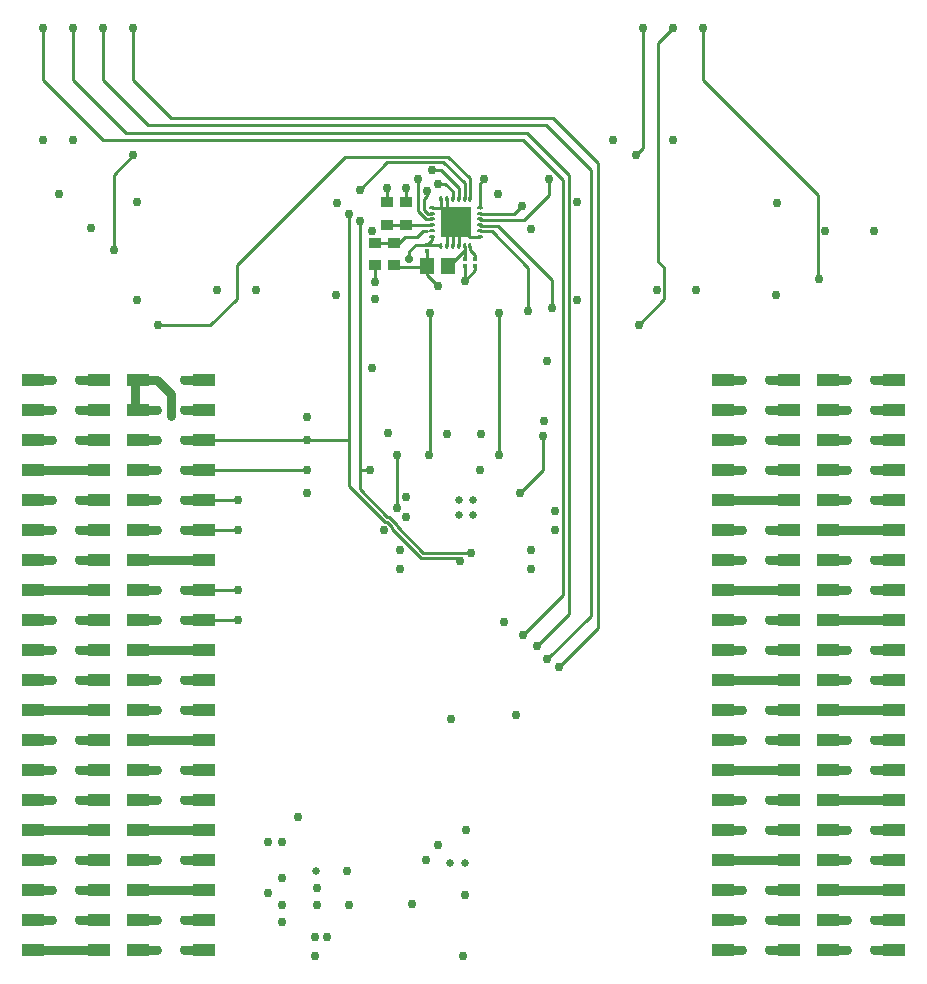
<source format=gbl>
%FSLAX23Y23*%
%MOIN*%
G70*
G01*
G75*
G04 Layer_Physical_Order=4*
G04 Layer_Color=16711680*
%ADD10R,0.050X0.125*%
%ADD11R,0.072X0.039*%
%ADD12O,0.061X0.014*%
%ADD13R,0.024X0.043*%
%ADD14O,0.037X0.010*%
%ADD15O,0.010X0.037*%
%ADD16R,0.094X0.094*%
%ADD17O,0.067X0.014*%
%ADD18O,0.010X0.028*%
%ADD19R,0.075X0.071*%
%ADD20R,0.028X0.012*%
%ADD21R,0.059X0.035*%
%ADD22R,0.035X0.039*%
%ADD23R,0.039X0.035*%
%ADD24R,0.026X0.022*%
%ADD25R,0.031X0.031*%
%ADD26R,0.063X0.031*%
%ADD27R,0.014X0.013*%
%ADD28R,0.045X0.057*%
%ADD29R,0.013X0.014*%
%ADD30R,0.045X0.071*%
%ADD31C,0.010*%
%ADD32C,0.030*%
%ADD33C,0.025*%
%ADD34R,0.101X0.030*%
%ADD35R,0.110X0.070*%
%ADD36R,0.054X0.168*%
%ADD37R,0.032X0.129*%
%ADD38C,0.028*%
%ADD39C,0.030*%
%ADD40C,0.026*%
%ADD41C,0.040*%
%ADD42C,0.048*%
G04:AMPARAMS|DCode=43|XSize=50mil|YSize=50mil|CornerRadius=0mil|HoleSize=0mil|Usage=FLASHONLY|Rotation=0.000|XOffset=0mil|YOffset=0mil|HoleType=Round|Shape=Relief|Width=10mil|Gap=6mil|Entries=4|*
%AMTHD43*
7,0,0,0.050,0.038,0.010,45*
%
%ADD43THD43*%
G04:AMPARAMS|DCode=44|XSize=44.992mil|YSize=44.992mil|CornerRadius=0mil|HoleSize=0mil|Usage=FLASHONLY|Rotation=0.000|XOffset=0mil|YOffset=0mil|HoleType=Round|Shape=Relief|Width=10mil|Gap=6mil|Entries=4|*
%AMTHD44*
7,0,0,0.045,0.033,0.010,45*
%
%ADD44THD44*%
%ADD45C,0.043*%
%ADD46O,0.026X0.010*%
%ADD47O,0.010X0.026*%
%ADD48R,0.102X0.102*%
D11*
X-785Y250D02*
D03*
Y150D02*
D03*
Y-50D02*
D03*
Y50D02*
D03*
Y-350D02*
D03*
Y-450D02*
D03*
Y-250D02*
D03*
Y-150D02*
D03*
Y-950D02*
D03*
Y-1050D02*
D03*
Y-1250D02*
D03*
Y-1150D02*
D03*
Y-750D02*
D03*
Y-850D02*
D03*
Y-650D02*
D03*
Y-550D02*
D03*
Y-1550D02*
D03*
Y-1650D02*
D03*
Y-1450D02*
D03*
Y-1350D02*
D03*
X-565D02*
D03*
Y-1450D02*
D03*
Y-1650D02*
D03*
Y-1550D02*
D03*
Y-550D02*
D03*
Y-650D02*
D03*
Y-850D02*
D03*
Y-750D02*
D03*
Y-1150D02*
D03*
Y-1250D02*
D03*
Y-1050D02*
D03*
Y-950D02*
D03*
Y-150D02*
D03*
Y-250D02*
D03*
Y-450D02*
D03*
Y-350D02*
D03*
Y50D02*
D03*
Y-50D02*
D03*
Y150D02*
D03*
Y250D02*
D03*
X-3085D02*
D03*
Y150D02*
D03*
Y-50D02*
D03*
Y50D02*
D03*
Y-350D02*
D03*
Y-450D02*
D03*
Y-250D02*
D03*
Y-150D02*
D03*
Y-950D02*
D03*
Y-1050D02*
D03*
Y-1250D02*
D03*
Y-1150D02*
D03*
Y-750D02*
D03*
Y-850D02*
D03*
Y-650D02*
D03*
Y-550D02*
D03*
Y-1550D02*
D03*
Y-1650D02*
D03*
Y-1450D02*
D03*
Y-1350D02*
D03*
X-2865D02*
D03*
Y-1450D02*
D03*
Y-1650D02*
D03*
Y-1550D02*
D03*
Y-550D02*
D03*
Y-650D02*
D03*
Y-850D02*
D03*
Y-750D02*
D03*
Y-1150D02*
D03*
Y-1250D02*
D03*
Y-1050D02*
D03*
Y-950D02*
D03*
Y-150D02*
D03*
Y-250D02*
D03*
Y-450D02*
D03*
Y-350D02*
D03*
Y50D02*
D03*
Y-50D02*
D03*
Y150D02*
D03*
Y250D02*
D03*
X-1135D02*
D03*
Y150D02*
D03*
Y-50D02*
D03*
Y50D02*
D03*
Y-350D02*
D03*
Y-450D02*
D03*
Y-250D02*
D03*
Y-150D02*
D03*
Y-950D02*
D03*
Y-1050D02*
D03*
Y-1250D02*
D03*
Y-1150D02*
D03*
Y-750D02*
D03*
Y-850D02*
D03*
Y-650D02*
D03*
Y-550D02*
D03*
Y-1550D02*
D03*
Y-1650D02*
D03*
Y-1450D02*
D03*
Y-1350D02*
D03*
X-915D02*
D03*
Y-1450D02*
D03*
Y-1650D02*
D03*
Y-1550D02*
D03*
Y-550D02*
D03*
Y-650D02*
D03*
Y-850D02*
D03*
Y-750D02*
D03*
Y-1150D02*
D03*
Y-1250D02*
D03*
Y-1050D02*
D03*
Y-950D02*
D03*
Y-150D02*
D03*
Y-250D02*
D03*
Y-450D02*
D03*
Y-350D02*
D03*
Y50D02*
D03*
Y-50D02*
D03*
Y150D02*
D03*
Y250D02*
D03*
X-3435D02*
D03*
Y150D02*
D03*
Y-50D02*
D03*
Y50D02*
D03*
Y-350D02*
D03*
Y-450D02*
D03*
Y-250D02*
D03*
Y-150D02*
D03*
Y-950D02*
D03*
Y-1050D02*
D03*
Y-1250D02*
D03*
Y-1150D02*
D03*
Y-750D02*
D03*
Y-850D02*
D03*
Y-650D02*
D03*
Y-550D02*
D03*
Y-1550D02*
D03*
Y-1650D02*
D03*
Y-1450D02*
D03*
Y-1350D02*
D03*
X-3215D02*
D03*
Y-1450D02*
D03*
Y-1650D02*
D03*
Y-1550D02*
D03*
Y-550D02*
D03*
Y-650D02*
D03*
Y-850D02*
D03*
Y-750D02*
D03*
Y-1150D02*
D03*
Y-1250D02*
D03*
Y-1050D02*
D03*
Y-950D02*
D03*
Y-150D02*
D03*
Y-250D02*
D03*
Y-450D02*
D03*
Y-350D02*
D03*
Y50D02*
D03*
Y-50D02*
D03*
Y150D02*
D03*
Y250D02*
D03*
D23*
X-2256Y768D02*
D03*
Y843D02*
D03*
X-2231Y708D02*
D03*
Y633D02*
D03*
X-2191Y843D02*
D03*
Y768D02*
D03*
X-2296Y633D02*
D03*
Y708D02*
D03*
D28*
X-2121Y631D02*
D03*
X-2050D02*
D03*
D29*
X-1961Y652D02*
D03*
Y630D02*
D03*
X-1996Y652D02*
D03*
Y630D02*
D03*
X-2120Y701D02*
D03*
Y679D02*
D03*
D31*
X-2124Y628D02*
X-2121Y631D01*
X-2231Y633D02*
X-2225Y628D01*
X-2124D01*
X-2181Y652D02*
X-2179Y654D01*
X-2180Y655D02*
X-2179Y654D01*
X-2180Y655D02*
Y680D01*
X-1800Y1050D02*
X-1668Y918D01*
Y-468D02*
Y918D01*
X-1800Y-600D02*
X-1668Y-468D01*
X-1789Y1075D02*
X-1649Y935D01*
Y-529D02*
Y935D01*
X-1755Y-635D02*
X-1649Y-529D01*
X-3125Y1075D02*
X-1789D01*
X-2345Y-50D02*
Y780D01*
X-1331Y519D02*
Y626D01*
X-1415Y435D02*
X-1331Y519D01*
X-1350Y645D02*
X-1331Y626D01*
X-1350Y645D02*
Y1375D01*
X-1300Y1425D01*
X-2180Y680D02*
X-2159Y701D01*
X-2120D01*
X-2154Y728D02*
X-2135Y746D01*
X-2194Y728D02*
X-2154D01*
X-2213Y708D02*
X-2194Y728D01*
X-1425Y1000D02*
X-1400Y1025D01*
Y1425D01*
X-1996Y581D02*
X-1961Y616D01*
X-1996Y581D02*
Y630D01*
X-1961Y616D02*
Y630D01*
X-1977Y682D02*
X-1961Y666D01*
X-1906Y746D02*
X-1785Y625D01*
X-1946Y746D02*
X-1906D01*
X-1785Y480D02*
Y625D01*
X-3165Y935D02*
X-3100Y1000D01*
X-3165Y685D02*
Y935D01*
X-3200Y1050D02*
X-1800D01*
X-1200Y1250D02*
X-818Y868D01*
Y590D02*
Y868D01*
X-1200Y1250D02*
Y1425D01*
X-818Y590D02*
X-814Y586D01*
X-3100Y1250D02*
Y1425D01*
Y1250D02*
X-2975Y1125D01*
X-1700D01*
X-1550Y975D01*
X-3200Y1250D02*
Y1425D01*
Y1250D02*
X-3050Y1100D01*
X-1550Y-575D02*
Y975D01*
X-1680Y-705D02*
X-1550Y-575D01*
X-1720Y-680D02*
X-1575Y-535D01*
Y950D01*
X-1725Y1100D02*
X-1575Y950D01*
X-3050Y1100D02*
X-1725D01*
X-2050Y995D02*
X-1977Y922D01*
X-2395Y995D02*
X-2050D01*
X-2755Y635D02*
X-2395Y995D01*
X-2067Y977D02*
X-1996Y906D01*
X-2253Y977D02*
X-2067D01*
X-2345Y885D02*
X-2253Y977D01*
X-3400Y1250D02*
X-3200Y1050D01*
X-3300Y1250D02*
X-3125Y1075D01*
X-3300Y1250D02*
Y1425D01*
X-3400Y1250D02*
Y1425D01*
X-1943Y763D02*
X-1883D01*
X-1705Y585D01*
X-2238Y-245D02*
X-2141Y-342D01*
X-2221Y-238D02*
X-2134Y-325D01*
X-2238Y-245D02*
Y-239D01*
X-2254Y-223D02*
X-2238Y-239D01*
X-2260Y-223D02*
X-2254D01*
X-2380Y-103D02*
X-2260Y-223D01*
X-2221Y-238D02*
Y-232D01*
X-2247Y-206D02*
X-2221Y-232D01*
X-2253Y-206D02*
X-2247D01*
X-2345Y-114D02*
X-2253Y-206D01*
X-2380Y-103D02*
Y50D01*
X-1977Y682D02*
Y696D01*
X-2255Y768D02*
X-2252Y766D01*
X-2106Y825D02*
X-2074D01*
X-2055Y806D02*
Y856D01*
X-2075Y825D02*
Y856D01*
X-2074Y825D02*
X-2055Y806D01*
Y696D02*
Y746D01*
X-2016Y696D02*
Y766D01*
X-2002Y752D02*
X-1977Y727D01*
X-1946D01*
X-2135Y746D02*
X-2120D01*
X-1735Y-50D02*
Y65D01*
X-1810Y-125D02*
X-1735Y-50D01*
X-2256Y765D02*
X-2255D01*
X-2036Y696D02*
Y766D01*
X-2110Y5D02*
Y475D01*
X-1880Y-0D02*
Y475D01*
X-2118Y805D02*
X-2106D01*
X-2108Y788D02*
X-2106Y786D01*
X-2050Y631D02*
X-2049D01*
X-1961Y652D02*
Y666D01*
X-2049Y631D02*
X-1996Y684D01*
X-1996Y652D02*
Y696D01*
X-1996Y684D02*
Y696D01*
X-2121Y601D02*
Y631D01*
Y601D02*
X-2085Y565D01*
X-2296Y576D02*
Y633D01*
X-1830Y805D02*
X-1805Y830D01*
X-1946Y805D02*
X-1830D01*
X-1945Y785D02*
X-1798D01*
X-1715Y868D01*
Y920D01*
X-1705Y490D02*
Y585D01*
X-1946Y766D02*
X-1943Y763D01*
X-2755Y520D02*
Y635D01*
X-2843Y432D02*
X-2755Y520D01*
X-3017Y432D02*
X-2843D01*
X-1946Y825D02*
Y904D01*
X-1930Y920D01*
X-2191Y843D02*
Y889D01*
X-2256Y843D02*
Y889D01*
X-1977Y855D02*
Y922D01*
X-2016Y855D02*
Y891D01*
X-2120Y862D02*
Y880D01*
X-1996Y855D02*
Y906D01*
X-2130Y818D02*
X-2118Y805D01*
X-2130Y818D02*
Y852D01*
X-2120Y862D01*
X-2125Y788D02*
X-2108D01*
X-2150Y814D02*
X-2125Y788D01*
X-2150Y814D02*
Y920D01*
X-2036Y855D02*
Y881D01*
X-2060Y905D02*
X-2036Y881D01*
X-2085Y905D02*
X-2060D01*
X-2075Y950D02*
X-2016Y891D01*
X-2105Y950D02*
X-2075D01*
X-2191Y889D02*
X-2190Y890D01*
X-2231Y708D02*
X-2213D01*
X-2252Y766D02*
X-2106D01*
X-2296Y708D02*
X-2231D01*
X-2134Y-325D02*
X-1975D01*
X-2023Y-342D02*
X-2012Y-353D01*
X-2141Y-342D02*
X-2023D01*
X-2345Y-50D02*
X-2310D01*
X-2345Y-114D02*
Y-50D01*
X-2520Y50D02*
X-2380D01*
Y805D01*
X-2220Y-175D02*
Y0D01*
X-2120Y701D02*
X-2080D01*
X-2075Y696D01*
X-2120Y701D02*
X-2106Y716D01*
Y727D01*
X-2120Y632D02*
Y679D01*
X-2865Y50D02*
X-2520D01*
X-2865Y-150D02*
X-2750D01*
X-2865Y-250D02*
X-2750D01*
X-2865Y-450D02*
X-2750D01*
X-2865Y-550D02*
X-2750D01*
X-2865Y-50D02*
X-2520D01*
D32*
X-2925Y-350D02*
X-2875D01*
X-3025D02*
X-2925D01*
X-3085D02*
X-3025D01*
X-3095D02*
X-3085D01*
X-2930Y150D02*
X-2865D01*
X-2975Y130D02*
Y205D01*
X-3020Y250D02*
X-2975Y205D01*
X-3435Y-50D02*
X-3325D01*
X-3215D01*
X-3435Y-450D02*
X-3325D01*
X-3215D01*
X-3435Y-850D02*
X-3325D01*
X-3215D01*
X-3435Y-1250D02*
X-3325D01*
X-3215D01*
X-3435Y-1650D02*
X-3325D01*
X-3215D01*
X-2975Y-1450D02*
X-2875D01*
X-2975Y-1250D02*
X-2875D01*
X-2975Y-950D02*
X-2875D01*
X-3025Y-650D02*
X-2875D01*
X-1025Y-150D02*
X-920D01*
X-1025Y-450D02*
X-920D01*
X-1025Y-750D02*
X-920D01*
X-1025Y-1050D02*
X-920D01*
X-1025Y-1350D02*
X-920D01*
X-785Y-1450D02*
X-675D01*
X-565D01*
X-785Y-1150D02*
X-675D01*
X-565D01*
X-675Y-850D02*
X-565D01*
X-785D02*
X-675D01*
X-785Y-550D02*
X-675D01*
X-565D01*
X-675Y-250D02*
X-565D01*
X-785D02*
X-675D01*
X-3435Y250D02*
X-3370D01*
X-3435Y150D02*
X-3370D01*
X-3435Y50D02*
X-3370D01*
X-3435Y-150D02*
X-3370D01*
X-3435Y-250D02*
X-3370D01*
X-3435Y-350D02*
X-3370D01*
X-3435Y-550D02*
X-3370D01*
X-3435Y-650D02*
X-3370D01*
X-3435Y-750D02*
X-3370D01*
X-3435Y-950D02*
X-3370D01*
X-3435Y-1050D02*
X-3370D01*
X-3435Y-1150D02*
X-3370D01*
X-3435Y-1350D02*
X-3370D01*
X-3435Y-1450D02*
X-3370D01*
X-3435Y-1550D02*
X-3370D01*
X-3280Y250D02*
X-3215D01*
X-3280Y150D02*
X-3215D01*
X-3280Y50D02*
X-3215D01*
X-3280Y-150D02*
X-3215D01*
X-3280Y-250D02*
X-3215D01*
X-3280Y-350D02*
X-3215D01*
X-3280Y-550D02*
X-3215D01*
X-3280Y-650D02*
X-3215D01*
X-3280Y-750D02*
X-3215D01*
X-3280Y-950D02*
X-3215D01*
X-3280Y-1050D02*
X-3215D01*
X-3280Y-1150D02*
X-3215D01*
X-3280Y-1350D02*
X-3215D01*
X-3280Y-1450D02*
X-3215D01*
X-3280Y-1550D02*
X-3215D01*
X-3085Y-1650D02*
X-3020D01*
X-3085Y-1550D02*
X-3020D01*
X-3085Y-1350D02*
X-3020D01*
X-3085Y-1150D02*
X-3020D01*
X-3085Y-1050D02*
X-3020D01*
X-3085Y-850D02*
X-3020D01*
X-3085Y-750D02*
X-3020D01*
X-3085Y-550D02*
X-3020D01*
X-3085Y-450D02*
X-3020D01*
X-3085Y-250D02*
X-3020D01*
X-3085Y-150D02*
X-3020D01*
X-3085Y-50D02*
X-3020D01*
X-3085Y50D02*
X-3020D01*
X-3085Y150D02*
X-3020D01*
X-3085Y250D02*
X-3020D01*
X-2930D02*
X-2865D01*
X-2930Y50D02*
X-2865D01*
X-2930Y-50D02*
X-2865D01*
X-2930Y-150D02*
X-2865D01*
X-2930Y-250D02*
X-2865D01*
X-2930Y-450D02*
X-2865D01*
X-2930Y-550D02*
X-2865D01*
X-2930Y-750D02*
X-2865D01*
X-2930Y-850D02*
X-2865D01*
X-2930Y-1050D02*
X-2865D01*
X-2930Y-1150D02*
X-2865D01*
X-2930Y-1350D02*
X-2865D01*
X-2930Y-1550D02*
X-2865D01*
X-2930Y-1650D02*
X-2865D01*
X-1135Y250D02*
X-1070D01*
X-1135Y150D02*
X-1070D01*
X-1135Y50D02*
X-1070D01*
X-1135Y-50D02*
X-1070D01*
X-1135Y-250D02*
X-1070D01*
X-1135Y-350D02*
X-1070D01*
X-1135Y-550D02*
X-1070D01*
X-1135Y-650D02*
X-1070D01*
X-1135Y-850D02*
X-1070D01*
X-1135Y-950D02*
X-1070D01*
X-1135Y-1150D02*
X-1070D01*
X-1135Y-1250D02*
X-1070D01*
X-1135Y-1450D02*
X-1070D01*
X-1135Y-1550D02*
X-1070D01*
X-1135Y-1650D02*
X-1070D01*
X-3085Y-1450D02*
X-2975D01*
X-3085Y-1250D02*
X-2975D01*
X-3085Y-950D02*
X-2975D01*
X-3085Y-650D02*
X-3025D01*
X-3095Y150D02*
Y250D01*
X-980D02*
X-915D01*
X-980Y150D02*
X-915D01*
X-980Y50D02*
X-915D01*
X-980Y-50D02*
X-915D01*
X-980Y-250D02*
X-915D01*
X-980Y-350D02*
X-915D01*
X-980Y-550D02*
X-915D01*
X-980Y-650D02*
X-915D01*
X-980Y-850D02*
X-915D01*
X-980Y-950D02*
X-915D01*
X-980Y-1150D02*
X-915D01*
X-980Y-1250D02*
X-915D01*
X-980Y-1450D02*
X-915D01*
X-980Y-1550D02*
X-915D01*
X-980Y-1650D02*
X-915D01*
X-785D02*
X-720D01*
X-630D02*
X-565D01*
X-630Y-1550D02*
X-565D01*
X-785D02*
X-720D01*
X-785Y-1350D02*
X-720D01*
X-630D02*
X-565D01*
X-630Y-1250D02*
X-565D01*
X-785D02*
X-720D01*
X-785Y-1050D02*
X-720D01*
X-630D02*
X-565D01*
X-630Y-950D02*
X-565D01*
X-785D02*
X-720D01*
X-785Y-750D02*
X-720D01*
X-785Y-650D02*
X-720D01*
X-630Y-750D02*
X-565D01*
X-630Y-650D02*
X-565D01*
X-630Y-450D02*
X-565D01*
X-785D02*
X-720D01*
X-785Y-350D02*
X-720D01*
X-630D02*
X-565D01*
X-630Y-150D02*
X-565D01*
X-785D02*
X-720D01*
X-785Y-50D02*
X-720D01*
X-630D02*
X-565D01*
X-630Y50D02*
X-565D01*
X-785D02*
X-720D01*
X-630Y150D02*
X-565D01*
X-785D02*
X-720D01*
X-785Y250D02*
X-720D01*
X-630D02*
X-565D01*
X-1135Y-1350D02*
X-1025D01*
X-1135Y-1050D02*
X-1025D01*
X-1135Y-750D02*
X-1025D01*
X-1135Y-450D02*
X-1025D01*
X-1135Y-150D02*
X-1025D01*
D38*
X-2181Y652D02*
D03*
D39*
X-2380Y805D02*
D03*
X-2345Y780D02*
D03*
X-2303Y746D02*
D03*
X-2489Y-1500D02*
D03*
X-2488Y-1442D02*
D03*
X-2605Y-1555D02*
D03*
X-2605Y-1500D02*
D03*
X-2495Y-1605D02*
D03*
X-2455D02*
D03*
X-2925Y-350D02*
D03*
X-3300Y1050D02*
D03*
X-1300D02*
D03*
X-1500D02*
D03*
X-3400D02*
D03*
X-1425Y1000D02*
D03*
X-2085Y565D02*
D03*
X-2295Y520D02*
D03*
X-1400Y1425D02*
D03*
X-3100Y1000D02*
D03*
X-3165Y685D02*
D03*
X-1415Y435D02*
D03*
X-1300Y1425D02*
D03*
X-1200D02*
D03*
X-814Y586D02*
D03*
X-3100Y1425D02*
D03*
X-1680Y-705D02*
D03*
X-1755Y-635D02*
D03*
X-1720Y-680D02*
D03*
X-3200Y1425D02*
D03*
X-3300D02*
D03*
X-3400D02*
D03*
X-2975Y130D02*
D03*
X-2930Y150D02*
D03*
X-1800Y-600D02*
D03*
X-1622Y518D02*
D03*
X-1622Y843D02*
D03*
X-1356Y549D02*
D03*
X-1226D02*
D03*
X-959Y534D02*
D03*
X-955Y840D02*
D03*
X-3240Y757D02*
D03*
X-2424Y534D02*
D03*
X-3087Y518D02*
D03*
X-3087Y843D02*
D03*
X-2821Y549D02*
D03*
X-2691D02*
D03*
X-3349Y871D02*
D03*
X-2220Y-175D02*
D03*
X-1735Y65D02*
D03*
X-1810Y-125D02*
D03*
X-1720Y315D02*
D03*
X-1945Y-50D02*
D03*
X-1695Y-185D02*
D03*
Y-250D02*
D03*
X-1775Y-315D02*
D03*
Y-380D02*
D03*
X-2210Y-315D02*
D03*
Y-380D02*
D03*
X-1940Y70D02*
D03*
X-2055D02*
D03*
X-2220Y0D02*
D03*
X-2250Y75D02*
D03*
X-1880Y-0D02*
D03*
X-2115Y0D02*
D03*
X-1884Y871D02*
D03*
X-2110Y475D02*
D03*
X-1880Y475D02*
D03*
X-3017Y432D02*
D03*
X-2420Y840D02*
D03*
X-1996Y581D02*
D03*
X-2296Y576D02*
D03*
X-1715Y920D02*
D03*
X-1805Y830D02*
D03*
X-1775Y755D02*
D03*
X-1705Y490D02*
D03*
X-1785Y480D02*
D03*
X-2345Y885D02*
D03*
X-1930Y920D02*
D03*
X-2256Y889D02*
D03*
X-2120Y880D02*
D03*
X-2190Y890D02*
D03*
X-2150Y920D02*
D03*
X-2085Y905D02*
D03*
X-2105Y950D02*
D03*
X-1975Y-325D02*
D03*
X-2305Y290D02*
D03*
X-2012Y-353D02*
D03*
X-2265Y-250D02*
D03*
X-2310Y-50D02*
D03*
X-2520Y50D02*
D03*
X-2750Y-150D02*
D03*
Y-250D02*
D03*
Y-450D02*
D03*
Y-550D02*
D03*
X-2040Y-880D02*
D03*
X-1825Y-865D02*
D03*
X-2650Y-1290D02*
D03*
X-2605Y-1290D02*
D03*
X-2550Y-1205D02*
D03*
X-2380Y-1500D02*
D03*
X-2389Y-1385D02*
D03*
X-2606Y-1409D02*
D03*
X-2650Y-1460D02*
D03*
X-2495Y-1670D02*
D03*
X-2084Y-1301D02*
D03*
X-1990Y-1250D02*
D03*
X-1995Y-1465D02*
D03*
X-2170Y-1495D02*
D03*
X-2000Y-1670D02*
D03*
X-2125Y-1350D02*
D03*
X-3325Y-50D02*
D03*
Y-450D02*
D03*
Y-850D02*
D03*
Y-1250D02*
D03*
Y-1650D02*
D03*
X-2975Y-1450D02*
D03*
Y-1250D02*
D03*
Y-950D02*
D03*
X-3025Y-650D02*
D03*
Y-350D02*
D03*
X-1025Y-150D02*
D03*
Y-450D02*
D03*
Y-750D02*
D03*
Y-1050D02*
D03*
Y-1350D02*
D03*
X-675Y-1450D02*
D03*
Y-1150D02*
D03*
Y-850D02*
D03*
Y-550D02*
D03*
Y-250D02*
D03*
X-1730Y115D02*
D03*
X-2190Y-205D02*
D03*
Y-140D02*
D03*
X-632Y748D02*
D03*
X-793D02*
D03*
X-1865Y-555D02*
D03*
X-3370Y250D02*
D03*
Y150D02*
D03*
Y50D02*
D03*
Y-150D02*
D03*
Y-250D02*
D03*
Y-350D02*
D03*
Y-550D02*
D03*
Y-650D02*
D03*
Y-750D02*
D03*
Y-950D02*
D03*
Y-1050D02*
D03*
Y-1150D02*
D03*
Y-1350D02*
D03*
Y-1450D02*
D03*
Y-1550D02*
D03*
X-3280Y250D02*
D03*
Y150D02*
D03*
Y50D02*
D03*
Y-150D02*
D03*
Y-250D02*
D03*
Y-350D02*
D03*
Y-550D02*
D03*
Y-650D02*
D03*
Y-750D02*
D03*
Y-950D02*
D03*
Y-1050D02*
D03*
Y-1150D02*
D03*
Y-1350D02*
D03*
Y-1450D02*
D03*
Y-1550D02*
D03*
X-3020Y-1650D02*
D03*
Y-1550D02*
D03*
Y-1350D02*
D03*
Y-1150D02*
D03*
Y-1050D02*
D03*
Y-850D02*
D03*
Y-750D02*
D03*
Y-550D02*
D03*
Y-450D02*
D03*
Y-250D02*
D03*
Y-150D02*
D03*
Y-50D02*
D03*
Y50D02*
D03*
Y150D02*
D03*
X-2930Y250D02*
D03*
Y50D02*
D03*
Y-50D02*
D03*
Y-150D02*
D03*
Y-250D02*
D03*
Y-450D02*
D03*
Y-550D02*
D03*
Y-750D02*
D03*
Y-850D02*
D03*
Y-1050D02*
D03*
Y-1150D02*
D03*
Y-1350D02*
D03*
Y-1550D02*
D03*
Y-1650D02*
D03*
X-1070Y250D02*
D03*
Y150D02*
D03*
Y50D02*
D03*
Y-50D02*
D03*
Y-250D02*
D03*
Y-350D02*
D03*
Y-550D02*
D03*
Y-650D02*
D03*
Y-850D02*
D03*
Y-950D02*
D03*
Y-1150D02*
D03*
Y-1250D02*
D03*
Y-1450D02*
D03*
Y-1550D02*
D03*
Y-1650D02*
D03*
X-980Y250D02*
D03*
Y150D02*
D03*
Y50D02*
D03*
Y-50D02*
D03*
Y-250D02*
D03*
Y-350D02*
D03*
Y-550D02*
D03*
Y-650D02*
D03*
Y-850D02*
D03*
Y-950D02*
D03*
Y-1150D02*
D03*
Y-1250D02*
D03*
Y-1450D02*
D03*
Y-1550D02*
D03*
Y-1650D02*
D03*
X-720D02*
D03*
X-630D02*
D03*
Y-1550D02*
D03*
X-720D02*
D03*
Y-1350D02*
D03*
X-630D02*
D03*
Y-1250D02*
D03*
X-720D02*
D03*
Y-1050D02*
D03*
X-630D02*
D03*
Y-950D02*
D03*
X-720D02*
D03*
Y-750D02*
D03*
Y-650D02*
D03*
X-630Y-750D02*
D03*
Y-650D02*
D03*
Y-450D02*
D03*
X-720D02*
D03*
Y-350D02*
D03*
X-630D02*
D03*
Y-150D02*
D03*
X-720D02*
D03*
Y-50D02*
D03*
X-630D02*
D03*
Y50D02*
D03*
X-720D02*
D03*
X-630Y150D02*
D03*
X-720D02*
D03*
Y250D02*
D03*
X-630D02*
D03*
X-2520Y127D02*
D03*
Y-50D02*
D03*
Y-125D02*
D03*
D40*
X-2002Y799D02*
D03*
X-2049D02*
D03*
X-2002Y752D02*
D03*
X-2049D02*
D03*
X-2016Y-151D02*
D03*
X-1969D02*
D03*
X-2016Y-199D02*
D03*
X-1969D02*
D03*
X-2044Y-1360D02*
D03*
X-1996D02*
D03*
X-2490Y-1385D02*
D03*
D46*
X-1946Y825D02*
D03*
Y805D02*
D03*
Y786D02*
D03*
Y766D02*
D03*
Y746D02*
D03*
Y727D02*
D03*
X-2106D02*
D03*
Y746D02*
D03*
Y766D02*
D03*
Y786D02*
D03*
Y805D02*
D03*
Y825D02*
D03*
D47*
X-1977Y696D02*
D03*
X-1996D02*
D03*
X-2016D02*
D03*
X-2036D02*
D03*
X-2055D02*
D03*
X-2075D02*
D03*
Y855D02*
D03*
X-2055D02*
D03*
X-2036D02*
D03*
X-2016D02*
D03*
X-1996D02*
D03*
X-1977D02*
D03*
D48*
X-2026Y776D02*
D03*
M02*

</source>
